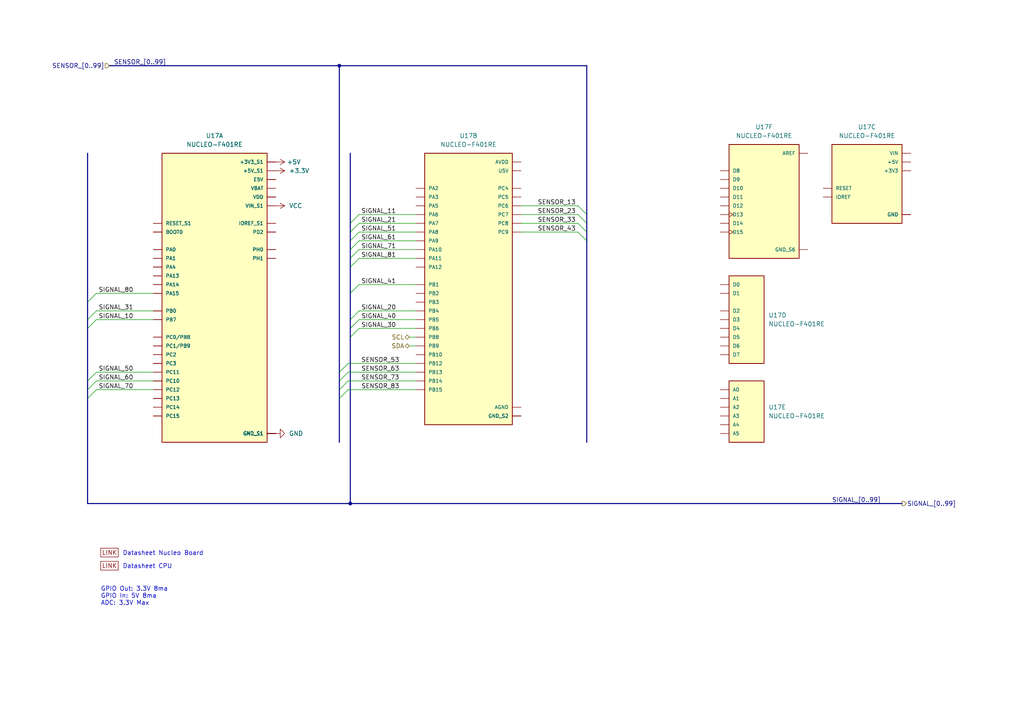
<source format=kicad_sch>
(kicad_sch (version 20211123) (generator eeschema)
  (paper "A4")
  (lib_symbols
    (symbol "STS_Boards:NUCLEO-F401RE" (pin_numbers hide) (pin_names (offset 1.016))
      (property "Reference" "U" (at -15.24 41.91 0))
      (property "Value" "NUCLEO-F401RE" (at -15.24 -44.45 0))
      (symbol "NUCLEO-F401RE_1_0"
        (rectangle (start -15.24 -43.18) (end 15.24 40.64) (stroke (width 0.254)) (fill (type background)))
        (pin bidirectional line (at -17.78 -25.4 0) (length 2.54) (name "PC10") (number "CN7_1"))
        (pin bidirectional line (at 17.78 20.32 180) (length 2.54) (name "IOREF_S1") (number "CN7_12"))
        (pin bidirectional line (at -17.78 5.08 0) (length 2.54) (name "PA13") (number "CN7_13"))
        (pin bidirectional line (at -17.78 20.32 0) (length 2.54) (name "RESET_S1") (number "CN7_14"))
        (pin bidirectional line (at -17.78 2.54 0) (length 2.54) (name "PA14") (number "CN7_15"))
        (pin power_in line (at 17.78 38.1 180) (length 2.54) (name "+3V3_S1") (number "CN7_16"))
        (pin bidirectional line (at -17.78 0 0) (length 2.54) (name "PA15") (number "CN7_17"))
        (pin power_in line (at 17.78 35.56 180) (length 2.54) (name "+5V_S1") (number "CN7_18"))
        (pin power_in line (at 17.78 -40.64 180) (length 2.54) (name "GND_S1") (number "CN7_19"))
        (pin bidirectional line (at -17.78 -22.86 0) (length 2.54) (name "PC11") (number "CN7_2"))
        (pin power_in line (at 17.78 -40.64 180) (length 2.54) (name "GND_S1") (number "CN7_20"))
        (pin bidirectional line (at -17.78 -7.62 0) (length 2.54) (name "PB7") (number "CN7_21"))
        (pin power_in line (at 17.78 -40.64 180) (length 2.54) (name "GND_S1") (number "CN7_22"))
        (pin bidirectional line (at -17.78 -30.48 0) (length 2.54) (name "PC13") (number "CN7_23"))
        (pin power_in line (at 17.78 25.4 180) (length 2.54) (name "VIN_S1") (number "CN7_24"))
        (pin bidirectional line (at -17.78 -33.02 0) (length 2.54) (name "PC14") (number "CN7_25"))
        (pin bidirectional line (at -17.78 -35.56 0) (length 2.54) (name "PC15") (number "CN7_27"))
        (pin bidirectional line (at -17.78 12.7 0) (length 2.54) (name "PA0") (number "CN7_28"))
        (pin bidirectional line (at 17.78 12.7 180) (length 2.54) (name "PH0") (number "CN7_29"))
        (pin bidirectional line (at -17.78 -27.94 0) (length 2.54) (name "PC12") (number "CN7_3"))
        (pin bidirectional line (at -17.78 10.16 0) (length 2.54) (name "PA1") (number "CN7_30"))
        (pin bidirectional line (at 17.78 10.16 180) (length 2.54) (name "PH1") (number "CN7_31"))
        (pin bidirectional line (at -17.78 7.62 0) (length 2.54) (name "PA4") (number "CN7_32"))
        (pin power_in line (at 17.78 30.48 180) (length 2.54) (name "VBAT") (number "CN7_33"))
        (pin bidirectional line (at -17.78 -5.08 0) (length 2.54) (name "PB0") (number "CN7_34"))
        (pin bidirectional line (at -17.78 -17.78 0) (length 2.54) (name "PC2") (number "CN7_35"))
        (pin bidirectional line (at -17.78 -15.24 0) (length 2.54) (name "PC1/PB9") (number "CN7_36"))
        (pin bidirectional line (at -17.78 -20.32 0) (length 2.54) (name "PC3") (number "CN7_37"))
        (pin bidirectional line (at -17.78 -12.7 0) (length 2.54) (name "PC0/PB8") (number "CN7_38"))
        (pin bidirectional line (at 17.78 17.78 180) (length 2.54) (name "PD2") (number "CN7_4"))
        (pin power_in line (at 17.78 27.94 180) (length 2.54) (name "VDD") (number "CN7_5"))
        (pin power_in line (at 17.78 33.02 180) (length 2.54) (name "E5V") (number "CN7_6"))
        (pin bidirectional line (at -17.78 17.78 0) (length 2.54) (name "BOOT0") (number "CN7_7"))
        (pin power_in line (at 17.78 -40.64 180) (length 2.54) (name "GND_S1") (number "CN7_8"))
      )
      (symbol "NUCLEO-F401RE_2_0"
        (rectangle (start -12.7 -40.64) (end 12.7 38.1) (stroke (width 0.254)) (fill (type background)))
        (pin bidirectional line (at 15.24 15.24 180) (length 2.54) (name "PC9") (number "CN10_1"))
        (pin bidirectional line (at -15.24 22.86 0) (length 2.54) (name "PA5") (number "CN10_11"))
        (pin bidirectional line (at -15.24 5.08 0) (length 2.54) (name "PA12") (number "CN10_12"))
        (pin bidirectional line (at -15.24 20.32 0) (length 2.54) (name "PA6") (number "CN10_13"))
        (pin bidirectional line (at -15.24 7.62 0) (length 2.54) (name "PA11") (number "CN10_14"))
        (pin bidirectional line (at -15.24 17.78 0) (length 2.54) (name "PA7") (number "CN10_15"))
        (pin bidirectional line (at -15.24 -22.86 0) (length 2.54) (name "PB12") (number "CN10_16"))
        (pin bidirectional line (at -15.24 -12.7 0) (length 2.54) (name "PB6") (number "CN10_17"))
        (pin bidirectional line (at 15.24 20.32 180) (length 2.54) (name "PC7") (number "CN10_19"))
        (pin bidirectional line (at 15.24 17.78 180) (length 2.54) (name "PC8") (number "CN10_2"))
        (pin power_in line (at 15.24 -38.1 180) (length 2.54) (name "GND_S2") (number "CN10_20"))
        (pin bidirectional line (at -15.24 12.7 0) (length 2.54) (name "PA9") (number "CN10_21"))
        (pin bidirectional line (at -15.24 -2.54 0) (length 2.54) (name "PB2") (number "CN10_22"))
        (pin bidirectional line (at -15.24 15.24 0) (length 2.54) (name "PA8") (number "CN10_23"))
        (pin bidirectional line (at -15.24 0 0) (length 2.54) (name "PB1") (number "CN10_24"))
        (pin bidirectional line (at -15.24 -20.32 0) (length 2.54) (name "PB10") (number "CN10_25"))
        (pin bidirectional line (at -15.24 -30.48 0) (length 2.54) (name "PB15") (number "CN10_26"))
        (pin bidirectional line (at -15.24 -7.62 0) (length 2.54) (name "PB4") (number "CN10_27"))
        (pin bidirectional line (at -15.24 -27.94 0) (length 2.54) (name "PB14") (number "CN10_28"))
        (pin bidirectional line (at -15.24 -10.16 0) (length 2.54) (name "PB5") (number "CN10_29"))
        (pin bidirectional line (at -15.24 -15.24 0) (length 2.54) (name "PB8") (number "CN10_3"))
        (pin bidirectional line (at -15.24 -25.4 0) (length 2.54) (name "PB13") (number "CN10_30"))
        (pin bidirectional line (at -15.24 -5.08 0) (length 2.54) (name "PB3") (number "CN10_31"))
        (pin power_in line (at 15.24 -35.56 180) (length 2.54) (name "AGND") (number "CN10_32"))
        (pin bidirectional line (at -15.24 10.16 0) (length 2.54) (name "PA10") (number "CN10_33"))
        (pin bidirectional line (at 15.24 27.94 180) (length 2.54) (name "PC4") (number "CN10_34"))
        (pin bidirectional line (at -15.24 27.94 0) (length 2.54) (name "PA2") (number "CN10_35"))
        (pin bidirectional line (at -15.24 25.4 0) (length 2.54) (name "PA3") (number "CN10_37"))
        (pin bidirectional line (at 15.24 22.86 180) (length 2.54) (name "PC6") (number "CN10_4"))
        (pin bidirectional line (at -15.24 -17.78 0) (length 2.54) (name "PB9") (number "CN10_5"))
        (pin bidirectional line (at 15.24 25.4 180) (length 2.54) (name "PC5") (number "CN10_6"))
        (pin power_in line (at 15.24 35.56 180) (length 2.54) (name "AVDD") (number "CN10_7"))
        (pin power_in line (at 15.24 33.02 180) (length 2.54) (name "U5V") (number "CN10_8"))
        (pin power_in line (at 15.24 -38.1 180) (length 2.54) (name "GND_S2") (number "CN10_9"))
      )
      (symbol "NUCLEO-F401RE_3_0"
        (rectangle (start -10.16 -12.7) (end 10.16 10.16) (stroke (width 0.254)) (fill (type background)))
        (pin bidirectional line (at -12.7 -5.08 0) (length 2.54) (name "IOREF") (number "CN6_2"))
        (pin bidirectional line (at -12.7 -2.54 0) (length 2.54) (name "RESET") (number "CN6_3"))
        (pin power_in line (at 12.7 2.54 180) (length 2.54) (name "+3V3") (number "CN6_4"))
        (pin power_in line (at 12.7 5.08 180) (length 2.54) (name "+5V") (number "CN6_5"))
        (pin power_in line (at 12.7 -10.16 180) (length 2.54) (name "GND") (number "CN6_6"))
        (pin power_in line (at 12.7 -10.16 180) (length 2.54) (name "GND") (number "CN6_7"))
        (pin power_in line (at 12.7 7.62 180) (length 2.54) (name "VIN") (number "CN6_8"))
      )
      (symbol "NUCLEO-F401RE_4_0"
        (rectangle (start -5.08 -12.7) (end 5.08 12.7) (stroke (width 0.254)) (fill (type background)))
        (pin input line (at -7.62 10.16 0) (length 2.54) (name "D0") (number "CN9_1"))
        (pin output line (at -7.62 7.62 0) (length 2.54) (name "D1") (number "CN9_2"))
        (pin bidirectional line (at -7.62 2.54 0) (length 2.54) (name "D2") (number "CN9_3"))
        (pin bidirectional line (at -7.62 0 0) (length 2.54) (name "D3") (number "CN9_4"))
        (pin bidirectional line (at -7.62 -2.54 0) (length 2.54) (name "D4") (number "CN9_5"))
        (pin bidirectional line (at -7.62 -5.08 0) (length 2.54) (name "D5") (number "CN9_6"))
        (pin bidirectional line (at -7.62 -7.62 0) (length 2.54) (name "D6") (number "CN9_7"))
        (pin bidirectional line (at -7.62 -10.16 0) (length 2.54) (name "D7") (number "CN9_8"))
      )
      (symbol "NUCLEO-F401RE_5_0"
        (rectangle (start -5.08 -10.16) (end 5.08 7.62) (stroke (width 0.254)) (fill (type background)))
        (pin input line (at -7.62 5.08 0) (length 2.54) (name "A0") (number "CN8_1"))
        (pin input line (at -7.62 2.54 0) (length 2.54) (name "A1") (number "CN8_2"))
        (pin input line (at -7.62 0 0) (length 2.54) (name "A2") (number "CN8_3"))
        (pin input line (at -7.62 -2.54 0) (length 2.54) (name "A3") (number "CN8_4"))
        (pin input line (at -7.62 -5.08 0) (length 2.54) (name "A4") (number "CN8_5"))
        (pin input line (at -7.62 -7.62 0) (length 2.54) (name "A5") (number "CN8_6"))
      )
      (symbol "NUCLEO-F401RE_6_0"
        (rectangle (start -10.16 -17.78) (end 10.16 15.24) (stroke (width 0.254)) (fill (type background)))
        (pin bidirectional line (at -12.7 7.62 0) (length 2.54) (name "D8") (number "CN5_1"))
        (pin bidirectional clock (at -12.7 -10.16 0) (length 2.54) (name "D15") (number "CN5_10"))
        (pin bidirectional line (at -12.7 5.08 0) (length 2.54) (name "D9") (number "CN5_2"))
        (pin bidirectional line (at -12.7 2.54 0) (length 2.54) (name "D10") (number "CN5_3"))
        (pin bidirectional line (at -12.7 0 0) (length 2.54) (name "D11") (number "CN5_4"))
        (pin bidirectional line (at -12.7 -2.54 0) (length 2.54) (name "D12") (number "CN5_5"))
        (pin bidirectional clock (at -12.7 -5.08 0) (length 2.54) (name "D13") (number "CN5_6"))
        (pin power_in line (at 12.7 -15.24 180) (length 2.54) (name "GND_S6") (number "CN5_7"))
        (pin power_in line (at 12.7 12.7 180) (length 2.54) (name "AREF") (number "CN5_8"))
        (pin bidirectional line (at -12.7 -7.62 0) (length 2.54) (name "D14") (number "CN5_9"))
      )
    )
    (symbol "STS_Other:Link" (pin_numbers hide) (pin_names (offset 0) hide)
      (symbol "Link_0_0"
        (text "LINK" (at 0 1.016 0) (effects (font (size 1.27 1.27))))
      )
      (symbol "Link_0_1"
        (rectangle (start -2.54 2.286) (end 2.54 -0.254))
      )
    )
    (symbol "power:+3.3V" (power) (pin_names (offset 0))
      (property "Value" "+3.3V" (at 0 3.556 0))
      (symbol "+3.3V_0_1"
        (polyline (pts (xy -0.762 1.27) (xy 0 2.54)))
        (polyline (pts (xy 0 0) (xy 0 2.54)))
        (polyline (pts (xy 0 2.54) (xy 0.762 1.27)))
      )
      (symbol "+3.3V_1_1"
        (pin power_in line (at 0 0 90) (length 0) hide (name "+3.3V") (number "1"))
      )
    )
    (symbol "power:+5V" (power) (pin_names (offset 0))
      (property "Value" "+5V" (at 0 3.556 0))
      (symbol "+5V_0_1"
        (polyline (pts (xy -0.762 1.27) (xy 0 2.54)))
        (polyline (pts (xy 0 0) (xy 0 2.54)))
        (polyline (pts (xy 0 2.54) (xy 0.762 1.27)))
      )
      (symbol "+5V_1_1"
        (pin power_in line (at 0 0 90) (length 0) hide (name "+5V") (number "1"))
      )
    )
    (symbol "power:GND" (power) (pin_names (offset 0))
      (property "Value" "GND" (at 0 -3.81 0))
      (symbol "GND_0_1"
        (polyline (pts (xy 0 0) (xy 0 -1.27) (xy 1.27 -1.27) (xy 0 -2.54) (xy -1.27 -1.27) (xy 0 -1.27)))
      )
      (symbol "GND_1_1"
        (pin power_in line (at 0 0 270) (length 0) hide (name "GND") (number "1"))
      )
    )
    (symbol "power:VCC" (power) (pin_names (offset 0))
      (property "Value" "VCC" (at 0 3.81 0))
      (symbol "VCC_0_1"
        (polyline (pts (xy -0.762 1.27) (xy 0 2.54)))
        (polyline (pts (xy 0 0) (xy 0 2.54)))
        (polyline (pts (xy 0 2.54) (xy 0.762 1.27)))
      )
      (symbol "VCC_1_1"
        (pin power_in line (at 0 0 90) (length 0) hide (name "VCC") (number "1"))
      )
    )
  )
  (junction (at 98.425 19.05))
  (junction (at 101.6 146.05))
  (bus_entry (at 101.6 69.85) (size 2.54 -2.54))
  (bus_entry (at 101.6 72.39) (size 2.54 -2.54))
  (bus_entry (at 101.6 85.09) (size 2.54 -2.54))
  (bus_entry (at 170.18 69.85) (size -2.54 -2.54))
  (bus_entry (at 101.6 97.79) (size 2.54 -2.54))
  (bus_entry (at 101.6 67.31) (size 2.54 -2.54))
  (bus_entry (at 98.425 115.57) (size 2.54 -2.54))
  (bus_entry (at 25.4 92.71) (size 2.54 -2.54))
  (bus_entry (at 25.4 115.57) (size 2.54 -2.54))
  (bus_entry (at 170.18 67.31) (size -2.54 -2.54))
  (bus_entry (at 170.18 62.23) (size -2.54 -2.54))
  (bus_entry (at 101.6 92.71) (size 2.54 -2.54))
  (bus_entry (at 98.425 110.49) (size 2.54 -2.54))
  (bus_entry (at 101.6 74.93) (size 2.54 -2.54))
  (bus_entry (at 101.6 64.77) (size 2.54 -2.54))
  (bus_entry (at 25.4 110.49) (size 2.54 -2.54))
  (bus_entry (at 98.425 107.95) (size 2.54 -2.54))
  (bus_entry (at 98.425 113.03) (size 2.54 -2.54))
  (bus_entry (at 25.4 95.25) (size 2.54 -2.54))
  (bus_entry (at 170.18 64.77) (size -2.54 -2.54))
  (bus_entry (at 101.6 77.47) (size 2.54 -2.54))
  (bus_entry (at 25.4 113.03) (size 2.54 -2.54))
  (bus_entry (at 25.4 87.63) (size 2.54 -2.54))
  (bus_entry (at 101.6 95.25) (size 2.54 -2.54))
  (bus (pts (xy 101.6 77.47) (xy 101.6 85.09)))
  (bus (pts (xy 98.425 19.05) (xy 170.18 19.05)))
  (bus (pts (xy 98.425 113.03) (xy 98.425 115.57)))
  (wire (pts (xy 27.94 92.71) (xy 44.45 92.71)))
  (wire (pts (xy 104.14 69.85) (xy 120.65 69.85)))
  (bus (pts (xy 101.6 69.85) (xy 101.6 72.39)))
  (bus (pts (xy 101.6 97.79) (xy 101.6 146.05)))
  (bus (pts (xy 98.425 115.57) (xy 98.425 128.27)))
  (bus (pts (xy 25.4 95.25) (xy 25.4 110.49)))
  (bus (pts (xy 98.425 107.95) (xy 98.425 110.49)))
  (wire (pts (xy 104.14 62.23) (xy 120.65 62.23)))
  (wire (pts (xy 167.64 59.69) (xy 151.13 59.69)))
  (bus (pts (xy 25.4 44.45) (xy 25.4 87.63)))
  (bus (pts (xy 170.18 69.85) (xy 170.18 128.27)))
  (bus (pts (xy 101.6 67.31) (xy 101.6 69.85)))
  (wire (pts (xy 27.94 85.09) (xy 44.45 85.09)))
  (bus (pts (xy 101.6 74.93) (xy 101.6 77.47)))
  (wire (pts (xy 27.94 90.17) (xy 44.45 90.17)))
  (wire (pts (xy 118.745 100.33) (xy 120.65 100.33)))
  (wire (pts (xy 100.965 107.95) (xy 120.65 107.95)))
  (wire (pts (xy 167.64 64.77) (xy 151.13 64.77)))
  (wire (pts (xy 118.745 97.79) (xy 120.65 97.79)))
  (wire (pts (xy 104.14 67.31) (xy 120.65 67.31)))
  (wire (pts (xy 104.14 90.17) (xy 120.65 90.17)))
  (wire (pts (xy 27.94 110.49) (xy 44.45 110.49)))
  (bus (pts (xy 25.4 87.63) (xy 25.4 92.71)))
  (bus (pts (xy 98.425 19.05) (xy 98.425 107.95)))
  (bus (pts (xy 31.75 19.05) (xy 98.425 19.05)))
  (bus (pts (xy 98.425 110.49) (xy 98.425 113.03)))
  (bus (pts (xy 25.4 110.49) (xy 25.4 113.03)))
  (bus (pts (xy 170.18 19.05) (xy 170.18 62.23)))
  (wire (pts (xy 104.14 82.55) (xy 120.65 82.55)))
  (wire (pts (xy 27.94 113.03) (xy 44.45 113.03)))
  (wire (pts (xy 100.965 105.41) (xy 120.65 105.41)))
  (bus (pts (xy 170.18 62.23) (xy 170.18 64.77)))
  (bus (pts (xy 101.6 85.09) (xy 101.6 92.71)))
  (bus (pts (xy 25.4 92.71) (xy 25.4 95.25)))
  (bus (pts (xy 101.6 92.71) (xy 101.6 95.25)))
  (bus (pts (xy 101.6 95.25) (xy 101.6 97.79)))
  (wire (pts (xy 27.94 107.95) (xy 44.45 107.95)))
  (bus (pts (xy 101.6 72.39) (xy 101.6 74.93)))
  (bus (pts (xy 25.4 113.03) (xy 25.4 115.57)))
  (wire (pts (xy 104.14 64.77) (xy 120.65 64.77)))
  (bus (pts (xy 101.6 146.05) (xy 261.62 146.05)))
  (wire (pts (xy 104.14 74.93) (xy 120.65 74.93)))
  (wire (pts (xy 167.64 67.31) (xy 151.13 67.31)))
  (wire (pts (xy 100.965 110.49) (xy 120.65 110.49)))
  (wire (pts (xy 104.14 95.25) (xy 120.65 95.25)))
  (wire (pts (xy 100.965 113.03) (xy 120.65 113.03)))
  (bus (pts (xy 25.4 115.57) (xy 25.4 146.05)))
  (wire (pts (xy 167.64 62.23) (xy 151.13 62.23)))
  (wire (pts (xy 104.14 92.71) (xy 120.65 92.71)))
  (bus (pts (xy 101.6 44.45) (xy 101.6 64.77)))
  (wire (pts (xy 104.14 72.39) (xy 120.65 72.39)))
  (bus (pts (xy 170.18 64.77) (xy 170.18 67.31)))
  (bus (pts (xy 25.4 146.05) (xy 101.6 146.05)))
  (bus (pts (xy 170.18 67.31) (xy 170.18 69.85)))
  (bus (pts (xy 101.6 64.77) (xy 101.6 67.31)))
  (text "Datasheet Nucleo Board" (at 35.56 161.29 0) (effects (font (size 1.27 1.27)) (justify left bottom)))
  (text "GPIO Out: 3.3V 8ma\nGPIO In: 5V 8ma\nADC: 3.3V Max\n\n" (at 29.21 177.8 0) (effects (font (size 1.27 1.27)) (justify left bottom)))
  (text "Datasheet CPU" (at 35.56 165.1 0) (effects (font (size 1.27 1.27)) (justify left bottom)))
  (label "SENSOR_83" (at 104.775 113.03 0))
  (label "SIGNAL_20" (at 104.775 90.17 0))
  (label "SIGNAL_21" (at 104.775 64.77 0))
  (label "SIGNAL_60" (at 28.575 110.49 0))
  (label "SENSOR_53" (at 104.775 105.41 0))
  (label "SIGNAL_10" (at 28.575 92.71 0))
  (label "SIGNAL_61" (at 104.775 69.85 0))
  (label "SIGNAL_[0..99]" (at 241.3 146.05 0))
  (label "SIGNAL_81" (at 104.775 74.93 0))
  (label "SIGNAL_41" (at 104.775 82.55 0))
  (label "SIGNAL_30" (at 104.775 95.25 0))
  (label "SENSOR_33" (at 167.005 64.77 180))
  (label "SENSOR_73" (at 104.775 110.49 0))
  (label "SENSOR_63" (at 104.775 107.95 0))
  (label "SIGNAL_50" (at 28.575 107.95 0))
  (label "SENSOR_[0..99]" (at 33.02 19.05 0))
  (label "SIGNAL_40" (at 104.775 92.71 0))
  (label "SIGNAL_11" (at 104.775 62.23 0))
  (label "SENSOR_43" (at 167.005 67.31 180))
  (label "SIGNAL_70" (at 28.575 113.03 0))
  (label "SIGNAL_51" (at 104.775 67.31 0))
  (label "SENSOR_23" (at 167.005 62.23 180))
  (label "SIGNAL_80" (at 28.575 85.09 0))
  (label "SIGNAL_31" (at 28.575 90.17 0))
  (label "SIGNAL_71" (at 104.775 72.39 0))
  (label "SENSOR_13" (at 167.005 59.69 180))
  (hierarchical_label "SENSOR_[0..99]" (shape input) (at 31.75 19.05 180))
  (hierarchical_label "SCL" (shape bidirectional) (at 118.745 97.79 180))
  (hierarchical_label "SIGNAL_[0..99]" (shape output) (at 261.62 146.05 0))
  (hierarchical_label "SDA" (shape bidirectional) (at 118.745 100.33 180))
  (symbol (lib_id "STS_Boards:NUCLEO-F401RE") (at 216.535 92.71 0) (unit 4)
    (property "Reference" "U17" (at 222.885 91.4399 0) (effects (justify left)))
    (property "Value" "NUCLEO-F401RE" (at 222.885 93.9799 0) (effects (justify left)))
    (property "Footprint" "STS_Boards:ST_Morpho_Connector_64_MountingHoles" (effects hide))
    (property "MANUFACTURER" "STMicroelectronics" (effects hide))
    (property "MAXIMUM_PACKAGE_HEIGHT" "N/A" (effects hide))
    (property "STANDARD" "Manufacturer Recommendations" (effects hide))
    (property "PARTREV" "13" (effects hide))
  )
  (symbol (lib_id "STS_Boards:NUCLEO-F401RE") (at 251.46 52.07 0) (unit 3)
    (property "Reference" "U17" (at 251.46 36.83 0))
    (property "Value" "NUCLEO-F401RE" (at 251.46 39.37 0))
    (property "Footprint" "STS_Boards:ST_Morpho_Connector_64_MountingHoles" (effects hide))
    (property "MANUFACTURER" "STMicroelectronics" (effects hide))
    (property "MAXIMUM_PACKAGE_HEIGHT" "N/A" (effects hide))
    (property "STANDARD" "Manufacturer Recommendations" (effects hide))
    (property "PARTREV" "13" (effects hide))
  )
  (symbol (lib_id "STS_Boards:NUCLEO-F401RE") (at 62.23 85.09 0) (unit 1)
    (property "Reference" "U17" (at 62.23 39.37 0))
    (property "Value" "NUCLEO-F401RE" (at 62.23 41.91 0))
    (property "Footprint" "STS_Boards:ST_Morpho_Connector_64_MountingHoles" (effects hide))
    (property "MANUFACTURER" "STMicroelectronics" (effects hide))
    (property "MAXIMUM_PACKAGE_HEIGHT" "N/A" (effects hide))
    (property "STANDARD" "Manufacturer Recommendations" (effects hide))
    (property "PARTREV" "13" (effects hide))
  )
  (symbol (lib_id "power:+3.3V") (at 80.01 49.53 270) (unit 1)
    (property "Reference" "#PWR0132" (effects hide))
    (property "Value" "+3.3V" (at 83.82 49.5299 90) (effects (justify left)))
  )
  (symbol (lib_id "STS_Other:Link") (at 31.75 161.29 0) (unit 1)
    (property "Reference" "#Z17" (effects hide))
    (property "Value" "Link" (effects hide))
    (property "Datasheet" "https://www.st.com/resource/en/user_manual/dm00387966-stm32-nucleo-64-p-boards-stmicroelectronics.pdf" (effects hide))
  )
  (symbol (lib_id "STS_Boards:NUCLEO-F401RE") (at 216.535 118.11 0) (unit 5)
    (property "Reference" "U17" (at 222.885 118.1099 0) (effects (justify left)))
    (property "Value" "NUCLEO-F401RE" (at 222.885 120.6499 0) (effects (justify left)))
    (property "Footprint" "STS_Boards:ST_Morpho_Connector_64_MountingHoles" (effects hide))
    (property "MANUFACTURER" "STMicroelectronics" (effects hide))
    (property "MAXIMUM_PACKAGE_HEIGHT" "N/A" (effects hide))
    (property "STANDARD" "Manufacturer Recommendations" (effects hide))
    (property "PARTREV" "13" (effects hide))
  )
  (symbol (lib_id "power:+5V") (at 80.01 46.99 270) (unit 1)
    (property "Reference" "#PWR0131" (effects hide))
    (property "Value" "+5V" (at 83.185 46.9899 90) (effects (justify left)))
  )
  (symbol (lib_id "power:VCC") (at 80.01 59.69 270) (unit 1)
    (property "Reference" "#PWR0133" (effects hide))
    (property "Value" "VCC" (at 83.82 59.6899 90) (effects (justify left)))
  )
  (symbol (lib_id "STS_Other:Link") (at 31.75 165.1 0) (unit 1)
    (property "Reference" "#Z18" (effects hide))
    (property "Value" "Link" (effects hide))
    (property "Datasheet" "https://www.st.com/en/microcontrollers-microprocessors/stm32f411re.html?rt=db&id=DB2196" (effects hide))
  )
  (symbol (lib_id "STS_Boards:NUCLEO-F401RE") (at 135.89 82.55 0) (unit 2)
    (property "Reference" "U17" (at 135.89 39.37 0))
    (property "Value" "NUCLEO-F401RE" (at 135.89 41.91 0))
    (property "Footprint" "STS_Boards:ST_Morpho_Connector_64_MountingHoles" (effects hide))
    (property "MANUFACTURER" "STMicroelectronics" (effects hide))
    (property "MAXIMUM_PACKAGE_HEIGHT" "N/A" (effects hide))
    (property "STANDARD" "Manufacturer Recommendations" (effects hide))
    (property "PARTREV" "13" (effects hide))
  )
  (symbol (lib_id "STS_Boards:NUCLEO-F401RE") (at 221.615 57.15 0) (unit 6)
    (property "Reference" "U17" (at 221.615 36.83 0))
    (property "Value" "NUCLEO-F401RE" (at 221.615 39.37 0))
    (property "Footprint" "STS_Boards:ST_Morpho_Connector_64_MountingHoles" (effects hide))
    (property "MANUFACTURER" "STMicroelectronics" (effects hide))
    (property "MAXIMUM_PACKAGE_HEIGHT" "N/A" (effects hide))
    (property "STANDARD" "Manufacturer Recommendations" (effects hide))
    (property "PARTREV" "13" (effects hide))
  )
  (symbol (lib_id "power:GND") (at 80.01 125.73 90) (unit 1)
    (property "Reference" "#PWR0134" (effects hide))
    (property "Value" "GND" (at 83.82 125.7299 90) (effects (justify right)))
  )
)
</source>
